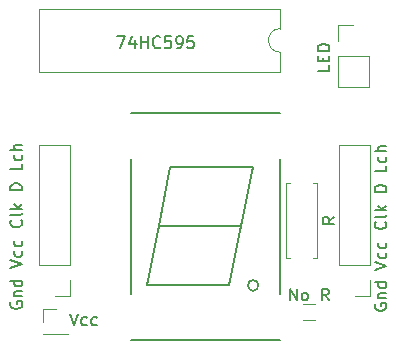
<source format=gbr>
G04 #@! TF.FileFunction,Legend,Top*
%FSLAX46Y46*%
G04 Gerber Fmt 4.6, Leading zero omitted, Abs format (unit mm)*
G04 Created by KiCad (PCBNEW 4.0.7) date 12/07/18 00:23:05*
%MOMM*%
%LPD*%
G01*
G04 APERTURE LIST*
%ADD10C,0.100000*%
%ADD11C,0.120000*%
%ADD12C,0.150000*%
G04 APERTURE END LIST*
D10*
D11*
X180076800Y-82753200D02*
X180076800Y-85353200D01*
X180076800Y-85353200D02*
X182736800Y-85353200D01*
X182736800Y-85353200D02*
X182736800Y-82753200D01*
X182736800Y-82753200D02*
X180076800Y-82753200D01*
X180076800Y-81483200D02*
X180076800Y-80153200D01*
X180076800Y-80153200D02*
X181406800Y-80153200D01*
X182838400Y-100482400D02*
X182838400Y-90262400D01*
X182838400Y-90262400D02*
X180178400Y-90262400D01*
X180178400Y-90262400D02*
X180178400Y-100482400D01*
X180178400Y-100482400D02*
X182838400Y-100482400D01*
X182838400Y-101752400D02*
X182838400Y-103082400D01*
X182838400Y-103082400D02*
X181508400Y-103082400D01*
X175218400Y-82432400D02*
G75*
G02X175218400Y-80432400I0J1000000D01*
G01*
X175218400Y-80432400D02*
X175218400Y-78782400D01*
X175218400Y-78782400D02*
X154778400Y-78782400D01*
X154778400Y-78782400D02*
X154778400Y-84082400D01*
X154778400Y-84082400D02*
X175218400Y-84082400D01*
X175218400Y-84082400D02*
X175218400Y-82432400D01*
D12*
X173357214Y-102180400D02*
G75*
G03X173357214Y-102180400I-447214J0D01*
G01*
X165910000Y-92180400D02*
X164910000Y-97180400D01*
X164910000Y-97180400D02*
X163910000Y-102180400D01*
X163910000Y-102180400D02*
X170910000Y-102180400D01*
X170910000Y-102180400D02*
X171910000Y-97180400D01*
X172910000Y-92180400D02*
X171910000Y-97180400D01*
X171910000Y-97180400D02*
X164910000Y-97180400D01*
X165910000Y-92180400D02*
X172910000Y-92180400D01*
X175210000Y-106780400D02*
X162610000Y-106780400D01*
X162610000Y-91480400D02*
X162610000Y-102880400D01*
X175210000Y-91480400D02*
X175210000Y-102880400D01*
X162610000Y-87580400D02*
X175210000Y-87580400D01*
D11*
X157438400Y-100482400D02*
X157438400Y-90262400D01*
X157438400Y-90262400D02*
X154778400Y-90262400D01*
X154778400Y-90262400D02*
X154778400Y-100482400D01*
X154778400Y-100482400D02*
X157438400Y-100482400D01*
X157438400Y-101752400D02*
X157438400Y-103082400D01*
X157438400Y-103082400D02*
X156108400Y-103082400D01*
X178018000Y-93462400D02*
X178348000Y-93462400D01*
X178348000Y-93462400D02*
X178348000Y-99882400D01*
X178348000Y-99882400D02*
X178018000Y-99882400D01*
X176058000Y-93462400D02*
X175728000Y-93462400D01*
X175728000Y-93462400D02*
X175728000Y-99882400D01*
X175728000Y-99882400D02*
X176058000Y-99882400D01*
X178147600Y-105124800D02*
X177147600Y-105124800D01*
X177147600Y-103764800D02*
X178147600Y-103764800D01*
X155150000Y-106317600D02*
X157270000Y-106317600D01*
X155150000Y-106257600D02*
X155150000Y-106317600D01*
X157270000Y-106257600D02*
X157270000Y-106317600D01*
X155150000Y-106257600D02*
X157270000Y-106257600D01*
X155150000Y-105257600D02*
X155150000Y-104197600D01*
X155150000Y-104197600D02*
X156210000Y-104197600D01*
D12*
X179369981Y-83548457D02*
X179369981Y-84024648D01*
X178369981Y-84024648D01*
X178846171Y-83215124D02*
X178846171Y-82881790D01*
X179369981Y-82738933D02*
X179369981Y-83215124D01*
X178369981Y-83215124D01*
X178369981Y-82738933D01*
X179369981Y-82310362D02*
X178369981Y-82310362D01*
X178369981Y-82072267D01*
X178417600Y-81929409D01*
X178512838Y-81834171D01*
X178608076Y-81786552D01*
X178798552Y-81738933D01*
X178941410Y-81738933D01*
X179131886Y-81786552D01*
X179227124Y-81834171D01*
X179322362Y-81929409D01*
X179369981Y-82072267D01*
X179369981Y-82310362D01*
X183243600Y-103737563D02*
X183195981Y-103832801D01*
X183195981Y-103975658D01*
X183243600Y-104118516D01*
X183338838Y-104213754D01*
X183434076Y-104261373D01*
X183624552Y-104308992D01*
X183767410Y-104308992D01*
X183957886Y-104261373D01*
X184053124Y-104213754D01*
X184148362Y-104118516D01*
X184195981Y-103975658D01*
X184195981Y-103880420D01*
X184148362Y-103737563D01*
X184100743Y-103689944D01*
X183767410Y-103689944D01*
X183767410Y-103880420D01*
X183529314Y-103261373D02*
X184195981Y-103261373D01*
X183624552Y-103261373D02*
X183576933Y-103213754D01*
X183529314Y-103118516D01*
X183529314Y-102975658D01*
X183576933Y-102880420D01*
X183672171Y-102832801D01*
X184195981Y-102832801D01*
X184195981Y-101928039D02*
X183195981Y-101928039D01*
X184148362Y-101928039D02*
X184195981Y-102023277D01*
X184195981Y-102213754D01*
X184148362Y-102308992D01*
X184100743Y-102356611D01*
X184005505Y-102404230D01*
X183719790Y-102404230D01*
X183624552Y-102356611D01*
X183576933Y-102308992D01*
X183529314Y-102213754D01*
X183529314Y-102023277D01*
X183576933Y-101928039D01*
X183195981Y-100832801D02*
X184195981Y-100499468D01*
X183195981Y-100166134D01*
X184148362Y-99404229D02*
X184195981Y-99499467D01*
X184195981Y-99689944D01*
X184148362Y-99785182D01*
X184100743Y-99832801D01*
X184005505Y-99880420D01*
X183719790Y-99880420D01*
X183624552Y-99832801D01*
X183576933Y-99785182D01*
X183529314Y-99689944D01*
X183529314Y-99499467D01*
X183576933Y-99404229D01*
X184148362Y-98547086D02*
X184195981Y-98642324D01*
X184195981Y-98832801D01*
X184148362Y-98928039D01*
X184100743Y-98975658D01*
X184005505Y-99023277D01*
X183719790Y-99023277D01*
X183624552Y-98975658D01*
X183576933Y-98928039D01*
X183529314Y-98832801D01*
X183529314Y-98642324D01*
X183576933Y-98547086D01*
X184100743Y-96785181D02*
X184148362Y-96832800D01*
X184195981Y-96975657D01*
X184195981Y-97070895D01*
X184148362Y-97213753D01*
X184053124Y-97308991D01*
X183957886Y-97356610D01*
X183767410Y-97404229D01*
X183624552Y-97404229D01*
X183434076Y-97356610D01*
X183338838Y-97308991D01*
X183243600Y-97213753D01*
X183195981Y-97070895D01*
X183195981Y-96975657D01*
X183243600Y-96832800D01*
X183291219Y-96785181D01*
X184195981Y-96213753D02*
X184148362Y-96308991D01*
X184053124Y-96356610D01*
X183195981Y-96356610D01*
X184195981Y-95832800D02*
X183195981Y-95832800D01*
X183815029Y-95737562D02*
X184195981Y-95451847D01*
X183529314Y-95451847D02*
X183910267Y-95832800D01*
X184195981Y-94261371D02*
X183195981Y-94261371D01*
X183195981Y-94023276D01*
X183243600Y-93880418D01*
X183338838Y-93785180D01*
X183434076Y-93737561D01*
X183624552Y-93689942D01*
X183767410Y-93689942D01*
X183957886Y-93737561D01*
X184053124Y-93785180D01*
X184148362Y-93880418D01*
X184195981Y-94023276D01*
X184195981Y-94261371D01*
X184195981Y-92023275D02*
X184195981Y-92499466D01*
X183195981Y-92499466D01*
X184148362Y-91261370D02*
X184195981Y-91356608D01*
X184195981Y-91547085D01*
X184148362Y-91642323D01*
X184100743Y-91689942D01*
X184005505Y-91737561D01*
X183719790Y-91737561D01*
X183624552Y-91689942D01*
X183576933Y-91642323D01*
X183529314Y-91547085D01*
X183529314Y-91356608D01*
X183576933Y-91261370D01*
X184195981Y-90832799D02*
X183195981Y-90832799D01*
X184195981Y-90404227D02*
X183672171Y-90404227D01*
X183576933Y-90451846D01*
X183529314Y-90547084D01*
X183529314Y-90689942D01*
X183576933Y-90785180D01*
X183624552Y-90832799D01*
X161431695Y-81087981D02*
X162098362Y-81087981D01*
X161669790Y-82087981D01*
X162907886Y-81421314D02*
X162907886Y-82087981D01*
X162669790Y-81040362D02*
X162431695Y-81754648D01*
X163050743Y-81754648D01*
X163431695Y-82087981D02*
X163431695Y-81087981D01*
X163431695Y-81564171D02*
X164003124Y-81564171D01*
X164003124Y-82087981D02*
X164003124Y-81087981D01*
X165050743Y-81992743D02*
X165003124Y-82040362D01*
X164860267Y-82087981D01*
X164765029Y-82087981D01*
X164622171Y-82040362D01*
X164526933Y-81945124D01*
X164479314Y-81849886D01*
X164431695Y-81659410D01*
X164431695Y-81516552D01*
X164479314Y-81326076D01*
X164526933Y-81230838D01*
X164622171Y-81135600D01*
X164765029Y-81087981D01*
X164860267Y-81087981D01*
X165003124Y-81135600D01*
X165050743Y-81183219D01*
X165955505Y-81087981D02*
X165479314Y-81087981D01*
X165431695Y-81564171D01*
X165479314Y-81516552D01*
X165574552Y-81468933D01*
X165812648Y-81468933D01*
X165907886Y-81516552D01*
X165955505Y-81564171D01*
X166003124Y-81659410D01*
X166003124Y-81897505D01*
X165955505Y-81992743D01*
X165907886Y-82040362D01*
X165812648Y-82087981D01*
X165574552Y-82087981D01*
X165479314Y-82040362D01*
X165431695Y-81992743D01*
X166479314Y-82087981D02*
X166669790Y-82087981D01*
X166765029Y-82040362D01*
X166812648Y-81992743D01*
X166907886Y-81849886D01*
X166955505Y-81659410D01*
X166955505Y-81278457D01*
X166907886Y-81183219D01*
X166860267Y-81135600D01*
X166765029Y-81087981D01*
X166574552Y-81087981D01*
X166479314Y-81135600D01*
X166431695Y-81183219D01*
X166384076Y-81278457D01*
X166384076Y-81516552D01*
X166431695Y-81611790D01*
X166479314Y-81659410D01*
X166574552Y-81707029D01*
X166765029Y-81707029D01*
X166860267Y-81659410D01*
X166907886Y-81611790D01*
X166955505Y-81516552D01*
X167860267Y-81087981D02*
X167384076Y-81087981D01*
X167336457Y-81564171D01*
X167384076Y-81516552D01*
X167479314Y-81468933D01*
X167717410Y-81468933D01*
X167812648Y-81516552D01*
X167860267Y-81564171D01*
X167907886Y-81659410D01*
X167907886Y-81897505D01*
X167860267Y-81992743D01*
X167812648Y-82040362D01*
X167717410Y-82087981D01*
X167479314Y-82087981D01*
X167384076Y-82040362D01*
X167336457Y-81992743D01*
X152408000Y-103585163D02*
X152360381Y-103680401D01*
X152360381Y-103823258D01*
X152408000Y-103966116D01*
X152503238Y-104061354D01*
X152598476Y-104108973D01*
X152788952Y-104156592D01*
X152931810Y-104156592D01*
X153122286Y-104108973D01*
X153217524Y-104061354D01*
X153312762Y-103966116D01*
X153360381Y-103823258D01*
X153360381Y-103728020D01*
X153312762Y-103585163D01*
X153265143Y-103537544D01*
X152931810Y-103537544D01*
X152931810Y-103728020D01*
X152693714Y-103108973D02*
X153360381Y-103108973D01*
X152788952Y-103108973D02*
X152741333Y-103061354D01*
X152693714Y-102966116D01*
X152693714Y-102823258D01*
X152741333Y-102728020D01*
X152836571Y-102680401D01*
X153360381Y-102680401D01*
X153360381Y-101775639D02*
X152360381Y-101775639D01*
X153312762Y-101775639D02*
X153360381Y-101870877D01*
X153360381Y-102061354D01*
X153312762Y-102156592D01*
X153265143Y-102204211D01*
X153169905Y-102251830D01*
X152884190Y-102251830D01*
X152788952Y-102204211D01*
X152741333Y-102156592D01*
X152693714Y-102061354D01*
X152693714Y-101870877D01*
X152741333Y-101775639D01*
X152360381Y-100680401D02*
X153360381Y-100347068D01*
X152360381Y-100013734D01*
X153312762Y-99251829D02*
X153360381Y-99347067D01*
X153360381Y-99537544D01*
X153312762Y-99632782D01*
X153265143Y-99680401D01*
X153169905Y-99728020D01*
X152884190Y-99728020D01*
X152788952Y-99680401D01*
X152741333Y-99632782D01*
X152693714Y-99537544D01*
X152693714Y-99347067D01*
X152741333Y-99251829D01*
X153312762Y-98394686D02*
X153360381Y-98489924D01*
X153360381Y-98680401D01*
X153312762Y-98775639D01*
X153265143Y-98823258D01*
X153169905Y-98870877D01*
X152884190Y-98870877D01*
X152788952Y-98823258D01*
X152741333Y-98775639D01*
X152693714Y-98680401D01*
X152693714Y-98489924D01*
X152741333Y-98394686D01*
X153265143Y-96632781D02*
X153312762Y-96680400D01*
X153360381Y-96823257D01*
X153360381Y-96918495D01*
X153312762Y-97061353D01*
X153217524Y-97156591D01*
X153122286Y-97204210D01*
X152931810Y-97251829D01*
X152788952Y-97251829D01*
X152598476Y-97204210D01*
X152503238Y-97156591D01*
X152408000Y-97061353D01*
X152360381Y-96918495D01*
X152360381Y-96823257D01*
X152408000Y-96680400D01*
X152455619Y-96632781D01*
X153360381Y-96061353D02*
X153312762Y-96156591D01*
X153217524Y-96204210D01*
X152360381Y-96204210D01*
X153360381Y-95680400D02*
X152360381Y-95680400D01*
X152979429Y-95585162D02*
X153360381Y-95299447D01*
X152693714Y-95299447D02*
X153074667Y-95680400D01*
X153360381Y-94108971D02*
X152360381Y-94108971D01*
X152360381Y-93870876D01*
X152408000Y-93728018D01*
X152503238Y-93632780D01*
X152598476Y-93585161D01*
X152788952Y-93537542D01*
X152931810Y-93537542D01*
X153122286Y-93585161D01*
X153217524Y-93632780D01*
X153312762Y-93728018D01*
X153360381Y-93870876D01*
X153360381Y-94108971D01*
X153360381Y-91870875D02*
X153360381Y-92347066D01*
X152360381Y-92347066D01*
X153312762Y-91108970D02*
X153360381Y-91204208D01*
X153360381Y-91394685D01*
X153312762Y-91489923D01*
X153265143Y-91537542D01*
X153169905Y-91585161D01*
X152884190Y-91585161D01*
X152788952Y-91537542D01*
X152741333Y-91489923D01*
X152693714Y-91394685D01*
X152693714Y-91204208D01*
X152741333Y-91108970D01*
X153360381Y-90680399D02*
X152360381Y-90680399D01*
X153360381Y-90251827D02*
X152836571Y-90251827D01*
X152741333Y-90299446D01*
X152693714Y-90394684D01*
X152693714Y-90537542D01*
X152741333Y-90632780D01*
X152788952Y-90680399D01*
X179800381Y-96362876D02*
X179324190Y-96696210D01*
X179800381Y-96934305D02*
X178800381Y-96934305D01*
X178800381Y-96553352D01*
X178848000Y-96458114D01*
X178895619Y-96410495D01*
X178990857Y-96362876D01*
X179133714Y-96362876D01*
X179228952Y-96410495D01*
X179276571Y-96458114D01*
X179324190Y-96553352D01*
X179324190Y-96934305D01*
X176028552Y-103447181D02*
X176028552Y-102447181D01*
X176599981Y-103447181D01*
X176599981Y-102447181D01*
X177219028Y-103447181D02*
X177123790Y-103399562D01*
X177076171Y-103351943D01*
X177028552Y-103256705D01*
X177028552Y-102970990D01*
X177076171Y-102875752D01*
X177123790Y-102828133D01*
X177219028Y-102780514D01*
X177361886Y-102780514D01*
X177457124Y-102828133D01*
X177504743Y-102875752D01*
X177552362Y-102970990D01*
X177552362Y-103256705D01*
X177504743Y-103351943D01*
X177457124Y-103399562D01*
X177361886Y-103447181D01*
X177219028Y-103447181D01*
X179314267Y-103447181D02*
X178980933Y-102970990D01*
X178742838Y-103447181D02*
X178742838Y-102447181D01*
X179123791Y-102447181D01*
X179219029Y-102494800D01*
X179266648Y-102542419D01*
X179314267Y-102637657D01*
X179314267Y-102780514D01*
X179266648Y-102875752D01*
X179219029Y-102923371D01*
X179123791Y-102970990D01*
X178742838Y-102970990D01*
X157407124Y-104557581D02*
X157740457Y-105557581D01*
X158073791Y-104557581D01*
X158835696Y-105509962D02*
X158740458Y-105557581D01*
X158549981Y-105557581D01*
X158454743Y-105509962D01*
X158407124Y-105462343D01*
X158359505Y-105367105D01*
X158359505Y-105081390D01*
X158407124Y-104986152D01*
X158454743Y-104938533D01*
X158549981Y-104890914D01*
X158740458Y-104890914D01*
X158835696Y-104938533D01*
X159692839Y-105509962D02*
X159597601Y-105557581D01*
X159407124Y-105557581D01*
X159311886Y-105509962D01*
X159264267Y-105462343D01*
X159216648Y-105367105D01*
X159216648Y-105081390D01*
X159264267Y-104986152D01*
X159311886Y-104938533D01*
X159407124Y-104890914D01*
X159597601Y-104890914D01*
X159692839Y-104938533D01*
M02*

</source>
